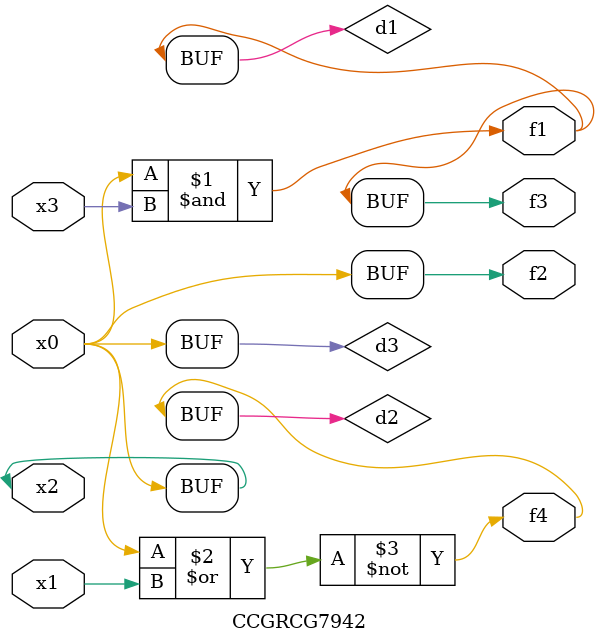
<source format=v>
module CCGRCG7942(
	input x0, x1, x2, x3,
	output f1, f2, f3, f4
);

	wire d1, d2, d3;

	and (d1, x2, x3);
	nor (d2, x0, x1);
	buf (d3, x0, x2);
	assign f1 = d1;
	assign f2 = d3;
	assign f3 = d1;
	assign f4 = d2;
endmodule

</source>
